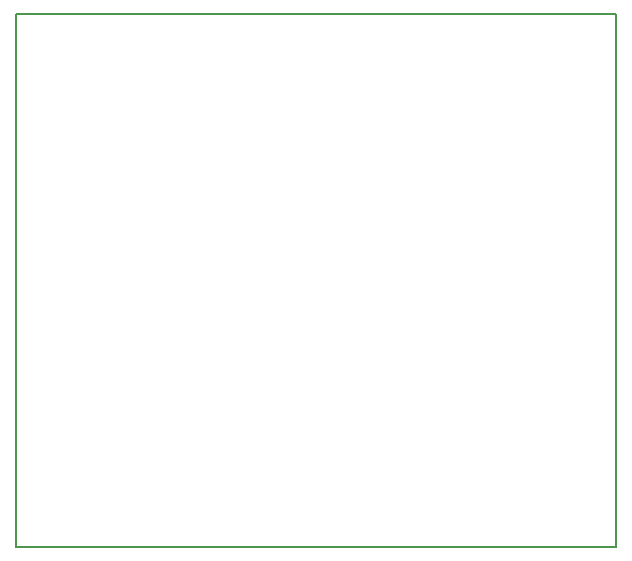
<source format=gbr>
G04 #@! TF.FileFunction,Profile,NP*
%FSLAX46Y46*%
G04 Gerber Fmt 4.6, Leading zero omitted, Abs format (unit mm)*
G04 Created by KiCad (PCBNEW (2015-09-15 BZR 6201)-product) date Fri 01 Apr 2016 05:48:24 PM EEST*
%MOMM*%
G01*
G04 APERTURE LIST*
%ADD10C,0.100000*%
%ADD11C,0.150000*%
G04 APERTURE END LIST*
D10*
D11*
X0Y0D02*
X0Y-45085000D01*
X50800000Y0D02*
X0Y0D01*
X50800000Y-45085000D02*
X50800000Y0D01*
X0Y-45085000D02*
X50800000Y-45085000D01*
M02*

</source>
